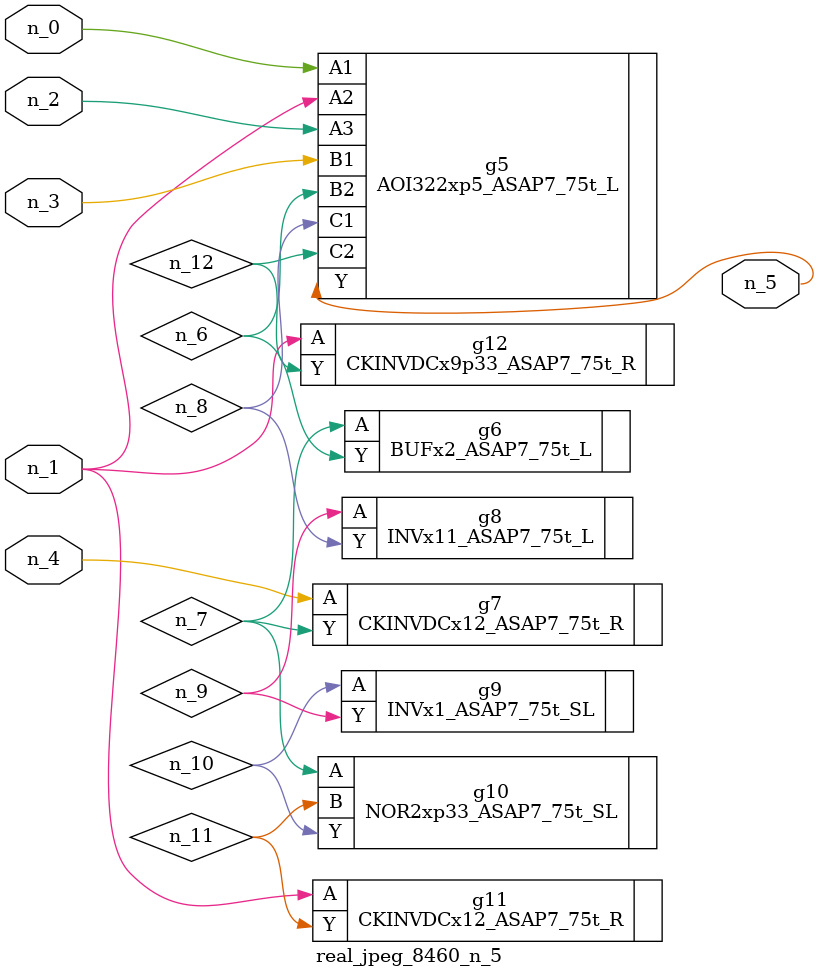
<source format=v>
module real_jpeg_8460_n_5 (n_4, n_0, n_1, n_2, n_3, n_5);

input n_4;
input n_0;
input n_1;
input n_2;
input n_3;

output n_5;

wire n_12;
wire n_8;
wire n_11;
wire n_6;
wire n_7;
wire n_10;
wire n_9;

AOI322xp5_ASAP7_75t_L g5 ( 
.A1(n_0),
.A2(n_1),
.A3(n_2),
.B1(n_3),
.B2(n_6),
.C1(n_8),
.C2(n_12),
.Y(n_5)
);

CKINVDCx12_ASAP7_75t_R g11 ( 
.A(n_1),
.Y(n_11)
);

CKINVDCx9p33_ASAP7_75t_R g12 ( 
.A(n_1),
.Y(n_12)
);

CKINVDCx12_ASAP7_75t_R g7 ( 
.A(n_4),
.Y(n_7)
);

BUFx2_ASAP7_75t_L g6 ( 
.A(n_7),
.Y(n_6)
);

NOR2xp33_ASAP7_75t_SL g10 ( 
.A(n_7),
.B(n_11),
.Y(n_10)
);

INVx11_ASAP7_75t_L g8 ( 
.A(n_9),
.Y(n_8)
);

INVx1_ASAP7_75t_SL g9 ( 
.A(n_10),
.Y(n_9)
);


endmodule
</source>
